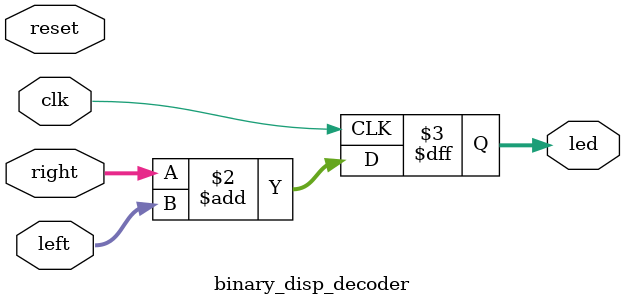
<source format=sv>

module top (
	input logic clk,
	input logic reset,
	input logic [3:0] left,
	input logic [3:0] right,
	output logic [6:0] seg,
	output logic [4:0] led,
	output logic [1:0] select
	);

	seven_seg_decoder MOD1 (clk, reset, left, right, seg, select);

	binary_disp_decoder MOD2 (clk, reset, left, right, led);

endmodule

// MOD1 //////////////////////////////////////
// 7 segment decoder test 
module seven_seg_decoder (
	input logic clk,
	input logic reset,
	input logic [3:0] left,
	input logic [3:0] right,
	output logic [6:0] seg,
	output logic [1:0] select
	);

	//initializing variables
	logic [23:0] state;


	// adding 1 to the value of the state to oscillate based on clk
	//always_ff @(posedge clk) begin
		//if (reset)
			//state <= 24'b0;
		//else
			//state <= state + 1;
	//end
always_ff @(posedge clk or posedge reset) begin
    if (reset) begin
        state <= 24'b0;
        select <= 2'b00; // Reset select to 00
    end else begin
        state <= state + 1'b1;

        // Update select based on the MSB of state
		if (state[23]) begin
            select <= 2'b10; // Select left input
        end else begin
            select <= 2'b01; // Select right input
        end
    end
end


 //combinational logic to assign bits to the displays
 always_comb begin
        case (select)
            2'b10: // Use left input
                case(left)
                    4'b0000: seg = 7'b0000001;
                    4'b0001: seg = 7'b1001111;
                    4'b0010: seg = 7'b0010010;
                    4'b0011: seg = 7'b0000110;
                    4'b0100: seg = 7'b1001100;
                    4'b0101: seg = 7'b0100100;
                    4'b0110: seg = 7'b0100000;
                    4'b0111: seg = 7'b0001111;
                    4'b1000: seg = 7'b0000000;
                    4'b1001: seg = 7'b0001100;
                    4'b1010: seg = 7'b0001000;
                    4'b1011: seg = 7'b1100000;
                    4'b1100: seg = 7'b0110001;
                    4'b1101: seg = 7'b1000010;
                    4'b1110: seg = 7'b0110000;
                    4'b1111: seg = 7'b0111000;
                    default: seg = 7'b1111110;
                endcase
            2'b01: // Use right input
                case(right)
                    4'b0000: seg = 7'b0000001;
                    4'b0001: seg = 7'b1001111;
                    4'b0010: seg = 7'b0010010;
                    4'b0011: seg = 7'b0000110;
                    4'b0100: seg = 7'b1001100;
                    4'b0101: seg = 7'b0100100;
                    4'b0110: seg = 7'b0100000;
                    4'b0111: seg = 7'b0001111;
                    4'b1000: seg = 7'b0000000;
                    4'b1001: seg = 7'b0001100;
                    4'b1010: seg = 7'b0001000;
                    4'b1011: seg = 7'b1100000;
                    4'b1100: seg = 7'b0110001;
                    4'b1101: seg = 7'b1000010;
                    4'b1110: seg = 7'b0110000;
                    4'b1111: seg = 7'b0111000;
                    default: seg = 7'b1111110;
                endcase
			default: seg = 7'b1111111;
        endcase
    end



endmodule
///////////////////////////////////////////

// MOD2 /////////////////////////////////////////
module binary_disp_decoder(
	input logic clk,
	input logic reset,
	input logic [3:0] left,
	input logic [3:0] right,
	output logic [4:0] led
);
	always_ff @(posedge clk) begin
		led = right + left;
	end
	
endmodule

</source>
